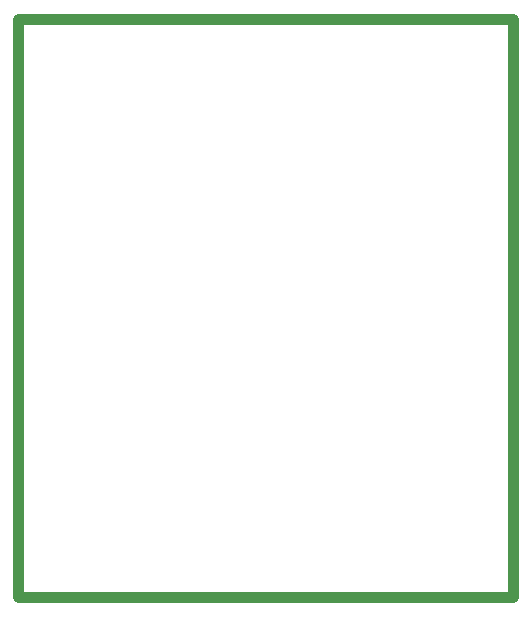
<source format=gko>
G04 Layer: BoardOutlineLayer*
G04 EasyEDA v6.5.22, 2023-01-21 16:45:32*
G04 b2c9ab08d96f4fb6806e15b9d32b8aef,dfc3211adda64e72838fb7ae4655844f,10*
G04 Gerber Generator version 0.2*
G04 Scale: 100 percent, Rotated: No, Reflected: No *
G04 Dimensions in millimeters *
G04 leading zeros omitted , absolute positions ,4 integer and 5 decimal *
%FSLAX45Y45*%
%MOMM*%

%ADD10C,0.9000*%
D10*
X1092200Y6108700D02*
G01*
X1092200Y6311900D01*
X5283200Y6311900D01*
X5283200Y1422400D01*
X1092200Y1422400D01*
X1092200Y6108700D01*

%LPD*%
M02*

</source>
